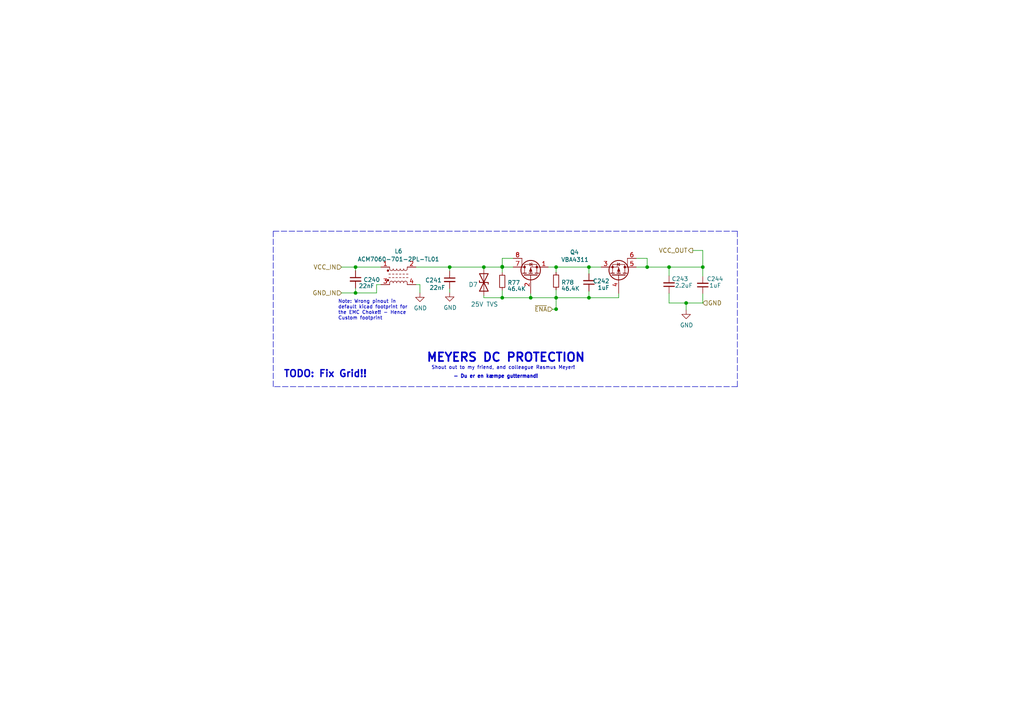
<source format=kicad_sch>
(kicad_sch (version 20211123) (generator eeschema)
  (paper "A4")
  (lib_symbols
    (symbol "Device:C_Small" (pin_numbers hide) (pin_names (offset 0.254) hide)
      (property "Reference" "C" (at 0.254 1.778 0))
      (property "Value" "C_Small" (at 0.254 -2.032 0))
      (symbol "C_Small_0_1"
        (polyline (pts (xy -1.524 -0.508) (xy 1.524 -0.508)) (stroke (width 0.3302)))
        (polyline (pts (xy -1.524 0.508) (xy 1.524 0.508)) (stroke (width 0.3048)))
      )
      (symbol "C_Small_1_1"
        (pin passive line (at 0 2.54 270) (length 2.032) (name "~") (number "1"))
        (pin passive line (at 0 -2.54 90) (length 2.032) (name "~") (number "2"))
      )
    )
    (symbol "Device:D_TVS" (pin_numbers hide) (pin_names (offset 1.016) hide)
      (property "Reference" "D" (at 0 2.54 0))
      (property "Value" "D_TVS" (at 0 -2.54 0))
      (symbol "D_TVS_0_1"
        (polyline (pts (xy 1.27 0) (xy -1.27 0)))
        (polyline (pts (xy 0.508 1.27) (xy 0 1.27) (xy 0 -1.27) (xy -0.508 -1.27)) (stroke (width 0.254)))
        (polyline (pts (xy -2.54 1.27) (xy -2.54 -1.27) (xy 2.54 1.27) (xy 2.54 -1.27) (xy -2.54 1.27)) (stroke (width 0.254)))
      )
      (symbol "D_TVS_1_1"
        (pin passive line (at -3.81 0 0) (length 2.54) (name "A1") (number "1"))
        (pin passive line (at 3.81 0 180) (length 2.54) (name "A2") (number "2"))
      )
    )
    (symbol "Device:L_Core_Ferrite_Coupled" (pin_names (offset 0.254) hide)
      (property "Reference" "L" (at 0 4.445 0))
      (property "Value" "Device_L_Core_Ferrite_Coupled" (at 0 -4.445 0))
      (symbol "L_Core_Ferrite_Coupled_0_1"
        (circle (center -3.048 -1.27) (radius 0.254) (fill (type outline)))
        (circle (center -3.048 1.524) (radius 0.254) (fill (type outline)))
        (arc (start -2.54 2.032) (mid -2.032 1.524) (end -1.524 2.032))
        (arc (start -1.524 -2.032) (mid -2.032 -1.524) (end -2.54 -2.032))
        (arc (start -1.524 2.032) (mid -1.016 1.524) (end -0.508 2.032))
        (arc (start -0.508 -2.032) (mid -1.016 -1.524) (end -1.524 -2.032))
        (arc (start -0.508 2.032) (mid 0 1.524) (end 0.508 2.032))
        (polyline (pts (xy -2.794 -0.508) (xy -2.286 -0.508)))
        (polyline (pts (xy -2.794 0.508) (xy -2.286 0.508)))
        (polyline (pts (xy -2.54 -2.032) (xy -2.54 -2.54)))
        (polyline (pts (xy -2.54 2.032) (xy -2.54 2.54)))
        (polyline (pts (xy -1.778 -0.508) (xy -1.27 -0.508)))
        (polyline (pts (xy -1.778 0.508) (xy -1.27 0.508)))
        (polyline (pts (xy -0.762 -0.508) (xy -0.254 -0.508)))
        (polyline (pts (xy -0.762 0.508) (xy -0.254 0.508)))
        (polyline (pts (xy 0.254 -0.508) (xy 0.762 -0.508)))
        (polyline (pts (xy 0.254 0.508) (xy 0.762 0.508)))
        (polyline (pts (xy 1.27 -0.508) (xy 1.778 -0.508)))
        (polyline (pts (xy 1.27 0.508) (xy 1.778 0.508)))
        (polyline (pts (xy 2.286 -0.508) (xy 2.794 -0.508)))
        (polyline (pts (xy 2.286 0.508) (xy 2.794 0.508)))
        (polyline (pts (xy 2.54 -2.032) (xy 2.54 -2.54)))
        (polyline (pts (xy 2.54 2.54) (xy 2.54 2.032)))
        (arc (start 0.508 -2.032) (mid 0 -1.524) (end -0.508 -2.032))
        (arc (start 0.508 2.032) (mid 1.016 1.524) (end 1.524 2.032))
        (arc (start 1.524 -2.032) (mid 1.016 -1.524) (end 0.508 -2.032))
        (arc (start 1.524 2.032) (mid 2.032 1.524) (end 2.54 2.032))
        (arc (start 2.54 -2.032) (mid 2.032 -1.524) (end 1.524 -2.032))
      )
      (symbol "L_Core_Ferrite_Coupled_1_1"
        (pin passive line (at -5.08 2.54 0) (length 2.54) (name "1") (number "1"))
        (pin passive line (at 5.08 2.54 180) (length 2.54) (name "2") (number "2"))
        (pin passive line (at -5.08 -2.54 0) (length 2.54) (name "3") (number "3"))
        (pin passive line (at 5.08 -2.54 180) (length 2.54) (name "4") (number "4"))
      )
    )
    (symbol "Device:R_Small" (pin_numbers hide) (pin_names (offset 0.254) hide)
      (property "Reference" "R" (at 0.762 0.508 0))
      (property "Value" "R_Small" (at 0.762 -1.016 0))
      (symbol "R_Small_0_1"
        (rectangle (start -0.762 1.778) (end 0.762 -1.778) (stroke (width 0.2032)))
      )
      (symbol "R_Small_1_1"
        (pin passive line (at 0 2.54 270) (length 0.762) (name "~") (number "1"))
        (pin passive line (at 0 -2.54 90) (length 0.762) (name "~") (number "2"))
      )
    )
    (symbol "muVoxSyms:VBA4311" (pin_names (offset 0) hide)
      (property "Reference" "Q" (at 11.557 8.636 0))
      (property "Value" "VBA4311" (at 5.461 6.223 0))
      (symbol "VBA4311_0_1"
        (circle (center -1.397 1.143) (radius 0.2794) (fill (type outline)))
        (polyline (pts (xy -2.159 1.143) (xy -1.397 1.143)))
        (polyline (pts (xy -2.159 3.683) (xy -2.159 1.143)))
        (polyline (pts (xy -1.905 -0.635) (xy -0.889 -0.635)) (stroke (width 0.254)))
        (polyline (pts (xy -1.397 -0.635) (xy -1.397 1.143)))
        (polyline (pts (xy -0.127 -0.635) (xy 0.889 -0.635)) (stroke (width 0.254)))
        (polyline (pts (xy 0.381 -1.3462) (xy 0.381 -1.143)))
        (polyline (pts (xy 0.381 -0.635) (xy 0.381 1.143)))
        (polyline (pts (xy 1.651 -0.635) (xy 2.667 -0.635)) (stroke (width 0.254)))
        (polyline (pts (xy 2.159 -0.635) (xy 2.159 1.143)))
        (polyline (pts (xy 2.159 1.143) (xy 0.381 1.143)))
        (polyline (pts (xy 2.159 1.143) (xy 2.921 1.143)))
        (polyline (pts (xy -1.524 -1.143) (xy 2.286 -1.143) (xy 2.286 -1.143)) (stroke (width 0.254)))
        (polyline (pts (xy 0.381 0.889) (xy 0.762 -0.127) (xy 0 -0.127) (xy 0.381 0.889)) (fill (type outline)))
        (polyline (pts (xy 0.762 1.905) (xy 0.127 1.524) (xy 0.127 2.286) (xy 0.762 1.905)))
        (polyline (pts (xy 0.889 1.397) (xy 0.762 1.524) (xy 0.762 2.286) (xy 0.635 2.413)))
        (polyline (pts (xy 2.159 1.143) (xy 2.159 1.905) (xy -1.397 1.905) (xy -1.397 1.143)))
        (circle (center 0.381 0.254) (radius 2.8194) (stroke (width 0.254)))
        (circle (center 2.159 1.143) (radius 0.2794) (fill (type outline)))
      )
      (symbol "VBA4311_1_1"
        (polyline (pts (xy 24.13 -0.635) (xy 24.13 1.143)))
        (polyline (pts (xy 24.13 1.143) (xy 23.368 1.143)))
        (polyline (pts (xy 24.13 1.143) (xy 25.908 1.143)))
        (polyline (pts (xy 24.638 -0.635) (xy 23.622 -0.635)) (stroke (width 0.254)))
        (polyline (pts (xy 25.908 -1.3462) (xy 25.908 -1.143)))
        (polyline (pts (xy 25.908 -0.635) (xy 25.908 1.143)))
        (polyline (pts (xy 26.416 -0.635) (xy 25.4 -0.635)) (stroke (width 0.254)))
        (polyline (pts (xy 27.686 -0.635) (xy 27.686 1.143)))
        (polyline (pts (xy 28.194 -0.635) (xy 27.178 -0.635)) (stroke (width 0.254)))
        (polyline (pts (xy 28.448 1.143) (xy 27.686 1.143)))
        (polyline (pts (xy 28.448 3.683) (xy 28.448 1.143)))
        (polyline (pts (xy 27.813 -1.143) (xy 24.003 -1.143) (xy 24.003 -1.143)) (stroke (width 0.254)))
        (polyline (pts (xy 24.13 1.143) (xy 24.13 1.905) (xy 27.686 1.905) (xy 27.686 1.143)))
        (polyline (pts (xy 25.4 1.397) (xy 25.527 1.524) (xy 25.527 2.286) (xy 25.654 2.413)))
        (polyline (pts (xy 25.527 1.905) (xy 26.162 1.524) (xy 26.162 2.286) (xy 25.527 1.905)))
        (polyline (pts (xy 25.908 0.889) (xy 25.527 -0.127) (xy 26.289 -0.127) (xy 25.908 0.889)) (fill (type outline)))
        (circle (center 24.13 1.143) (radius 0.2794) (fill (type outline)))
        (circle (center 25.908 0.254) (radius 2.8194) (stroke (width 0.254)))
        (circle (center 27.686 1.143) (radius 0.2794) (fill (type outline)))
        (pin passive line (at 5.461 1.143 180) (length 2.54) (name "S") (number "1"))
        (pin input line (at 0.381 -6.477 90) (length 5.08) (name "G") (number "2"))
        (pin passive line (at 20.828 1.143 0) (length 2.54) (name "S") (number "3"))
        (pin input line (at 25.908 -6.477 90) (length 5.08) (name "G") (number "4"))
        (pin passive line (at 30.988 1.143 180) (length 2.54) (name "D") (number "5"))
        (pin passive line (at 30.988 3.683 180) (length 2.54) (name "D") (number "6"))
        (pin passive line (at -4.699 1.143 0) (length 2.54) (name "D") (number "7"))
        (pin passive line (at -4.699 3.683 0) (length 2.54) (name "D") (number "8"))
      )
    )
    (symbol "power:GND" (power) (pin_names (offset 0))
      (property "Value" "GND" (at 0 -3.81 0))
      (symbol "GND_0_1"
        (polyline (pts (xy 0 0) (xy 0 -1.27) (xy 1.27 -1.27) (xy 0 -2.54) (xy -1.27 -1.27) (xy 0 -1.27)))
      )
      (symbol "GND_1_1"
        (pin power_in line (at 0 0 270) (length 0) hide (name "GND") (number "1"))
      )
    )
  )
  (junction (at 161.29 89.662))
  (junction (at 140.335 77.47))
  (junction (at 153.924 86.36))
  (junction (at 203.835 77.47))
  (junction (at 187.706 77.47))
  (junction (at 161.29 86.36))
  (junction (at 194.056 77.47))
  (junction (at 130.429 77.47))
  (junction (at 145.669 86.36))
  (junction (at 161.29 77.47))
  (junction (at 199.009 87.884))
  (junction (at 103.124 77.47))
  (junction (at 103.124 84.963))
  (junction (at 145.669 77.47))
  (junction (at 170.815 86.36))
  (junction (at 145.669 77.343))
  (junction (at 170.815 77.47))
  (polyline (pts (xy 213.868 67.056) (xy 213.868 112.141)))
  (wire (pts (xy 145.669 77.343) (xy 145.669 77.47)))
  (wire (pts (xy 203.835 72.644) (xy 203.835 77.47)))
  (wire (pts (xy 184.531 74.93) (xy 187.706 74.93)))
  (wire (pts (xy 187.706 77.47) (xy 194.056 77.47)))
  (wire (pts (xy 179.451 86.36) (xy 179.451 85.09)))
  (wire (pts (xy 194.056 77.47) (xy 194.056 80.01)))
  (wire (pts (xy 199.009 89.916) (xy 199.009 87.884)))
  (wire (pts (xy 161.29 86.36) (xy 170.815 86.36)))
  (wire (pts (xy 194.056 85.09) (xy 194.056 87.884)))
  (wire (pts (xy 103.124 83.566) (xy 103.124 84.963)))
  (polyline (pts (xy 79.248 112.141) (xy 79.248 67.056)))
  (wire (pts (xy 148.844 77.47) (xy 145.669 77.47)))
  (wire (pts (xy 170.815 77.47) (xy 170.815 79.375)))
  (wire (pts (xy 145.669 74.93) (xy 145.669 77.343)))
  (wire (pts (xy 145.669 77.47) (xy 145.669 79.0702)))
  (wire (pts (xy 140.335 85.725) (xy 140.335 86.36)))
  (wire (pts (xy 103.124 84.963) (xy 99.06 84.963)))
  (wire (pts (xy 161.29 86.36) (xy 161.29 89.662)))
  (wire (pts (xy 140.335 86.36) (xy 145.669 86.36)))
  (wire (pts (xy 130.429 83.693) (xy 130.429 84.836)))
  (wire (pts (xy 194.056 87.884) (xy 199.009 87.884)))
  (wire (pts (xy 187.706 74.93) (xy 187.706 77.47)))
  (wire (pts (xy 170.815 77.47) (xy 174.371 77.47)))
  (wire (pts (xy 109.22 82.55) (xy 110.49 82.55)))
  (wire (pts (xy 148.844 74.93) (xy 145.669 74.93)))
  (wire (pts (xy 153.924 85.09) (xy 153.924 86.36)))
  (wire (pts (xy 203.835 77.47) (xy 203.835 80.137)))
  (wire (pts (xy 161.29 78.994) (xy 161.29 77.47)))
  (wire (pts (xy 161.29 89.6874) (xy 161.29 89.662)))
  (wire (pts (xy 103.124 78.486) (xy 103.124 77.47)))
  (wire (pts (xy 161.29 77.47) (xy 170.815 77.47)))
  (wire (pts (xy 200.914 72.644) (xy 203.835 72.644)))
  (polyline (pts (xy 161.925 67.056) (xy 213.868 67.056)))
  (wire (pts (xy 130.429 77.47) (xy 140.335 77.47)))
  (wire (pts (xy 120.65 82.55) (xy 121.793 82.55)))
  (wire (pts (xy 161.29 86.36) (xy 161.29 84.074)))
  (wire (pts (xy 103.124 84.963) (xy 109.22 84.963)))
  (wire (pts (xy 140.335 77.47) (xy 145.669 77.47)))
  (wire (pts (xy 109.22 84.963) (xy 109.22 82.55)))
  (wire (pts (xy 140.335 77.47) (xy 140.335 78.105)))
  (wire (pts (xy 199.009 87.884) (xy 203.835 87.884)))
  (polyline (pts (xy 79.248 67.056) (xy 161.798 67.056)))
  (polyline (pts (xy 213.868 112.141) (xy 79.248 112.141)))
  (wire (pts (xy 103.124 77.47) (xy 110.49 77.47)))
  (wire (pts (xy 120.65 77.47) (xy 130.429 77.47)))
  (wire (pts (xy 153.924 86.36) (xy 161.29 86.36)))
  (wire (pts (xy 203.835 85.217) (xy 203.835 87.884)))
  (wire (pts (xy 160.2232 89.6874) (xy 161.29 89.6874)))
  (wire (pts (xy 170.815 86.36) (xy 179.451 86.36)))
  (wire (pts (xy 145.669 84.1502) (xy 145.669 86.36)))
  (wire (pts (xy 170.815 86.36) (xy 170.815 84.455)))
  (wire (pts (xy 103.124 77.47) (xy 99.06 77.47)))
  (wire (pts (xy 130.429 78.613) (xy 130.429 77.47)))
  (wire (pts (xy 121.793 82.55) (xy 121.793 84.963)))
  (wire (pts (xy 194.056 77.47) (xy 203.835 77.47)))
  (wire (pts (xy 184.531 77.47) (xy 187.706 77.47)))
  (wire (pts (xy 145.669 86.36) (xy 153.924 86.36)))
  (wire (pts (xy 159.004 77.47) (xy 161.29 77.47)))
  (text "Note: Wrong pinout in \ndefault kicad footprint for \nthe EMC Choke!! - Hence \nCustom footprint" (at 98.044 92.964 0) (effects (font (size 1 1)) (justify left bottom)))
  (text "Shout out to my friend, and colleague Rasmus Meyer!\n" (at 125.095 107.315 0) (effects (font (size 1 1)) (justify left bottom)))
  (text "- Du er en kæmpe guttermand! " (at 131.445 109.855 0) (effects (font (size 1 1) (thickness 0.24) bold) (justify left bottom)))
  (text "MEYERS DC PROTECTION" (at 123.571 105.283 0) (effects (font (size 2.4892 2.4892) (thickness 0.4978) bold) (justify left bottom)))
  (text "TODO: Fix Grid!!" (at 82.169 109.728 0) (effects (font (size 2 2) (thickness 0.4) bold) (justify left bottom)))
  (hierarchical_label "VCC_OUT" (shape output) (at 200.914 72.644 180))
  (hierarchical_label "GND" (shape input) (at 203.835 87.884 0))
  (hierarchical_label "GND_IN" (shape input) (at 99.06 84.963 180))
  (hierarchical_label "VCC_IN" (shape input) (at 99.06 77.47 180))
  (hierarchical_label "~{ENA}" (shape input) (at 160.2232 89.6874 180))
  (symbol (lib_id "Device:L_Core_Ferrite_Coupled") (at 115.57 80.01 0) (unit 1)
    (property "Reference" "L6" (at 115.57 72.8726 0) (effects (font (size 1.2 1.2))))
    (property "Value" "ACM7060-701-2PL-TL01" (at 115.57 75.184 0) (effects (font (size 1.2 1.2))))
    (property "Footprint" "Lib:ACM7060-701-2PL-TL01" (effects hide))
    (property "Datasheet" "https://product.tdk.com/info/en/catalog/datasheets/cmf_commercial_power_acm7060_en.pdf?ref_disty=digikey" (effects hide))
    (property "LCSC" "C908568" (effects hide))
  )
  (symbol (lib_id "Device:C_Small") (at 103.124 81.026 0) (unit 1)
    (property "Reference" "C240" (at 105.41 81.153 0) (effects (font (size 1.2 1.2)) (justify left)))
    (property "Value" "22nF" (at 104.013 82.931 0) (effects (font (size 1.2 1.2)) (justify left)))
    (property "Footprint" "Capacitor_SMD:C_0603_1608Metric" (effects hide))
    (property "LCSC" "C21122" (effects hide))
  )
  (symbol (lib_id "power:GND") (at 121.793 84.963 0) (unit 1)
    (property "Reference" "#PWR0329" (effects hide))
    (property "Value" "GND" (at 121.92 89.3572 0) (effects (font (size 1.2 1.2))))
  )
  (symbol (lib_id "Device:R_Small") (at 145.669 81.6102 0) (mirror x) (unit 1)
    (property "Reference" "R77" (at 150.876 81.9912 0) (effects (font (size 1.2 1.2)) (justify right)))
    (property "Value" "46.4K" (at 152.527 83.7692 0) (effects (font (size 1.2 1.2)) (justify right)))
    (property "Footprint" "Resistor_SMD:R_0603_1608Metric" (effects hide))
    (property "LCSC" "C321921" (effects hide))
  )
  (symbol (lib_id "muVoxSyms:VBA4311") (at 153.543 78.613 0) (unit 1)
    (property "Reference" "Q4" (at 166.624 73.152 0) (effects (font (size 1.2 1.2))))
    (property "Value" "VBA4311" (at 166.751 75.311 0) (effects (font (size 1.2 1.2))))
    (property "Footprint" "Package_SO:SO-8_3.9x4.9mm_P1.27mm" (effects hide))
    (property "LCSC" "C480935" (effects hide))
  )
  (symbol (lib_id "power:GND") (at 130.429 84.836 0) (unit 1)
    (property "Reference" "#PWR0330" (effects hide))
    (property "Value" "GND" (at 130.556 89.2302 0) (effects (font (size 1.2 1.2))))
  )
  (symbol (lib_id "Device:C_Small") (at 203.835 82.677 180) (unit 1)
    (property "Reference" "C244" (at 209.804 80.899 0) (effects (font (size 1.2 1.2)) (justify left)))
    (property "Value" "1uF" (at 209.169 82.804 0) (effects (font (size 1.2 1.2)) (justify left)))
    (property "Footprint" "Capacitor_SMD:C_0805_2012Metric" (effects hide))
    (property "Digikey" "C318694" (effects hide))
  )
  (symbol (lib_id "Device:C_Small") (at 170.815 81.915 180) (unit 1)
    (property "Reference" "C242" (at 176.784 81.534 0) (effects (font (size 1.2 1.2)) (justify left)))
    (property "Value" "1uF" (at 176.784 83.439 0) (effects (font (size 1.2 1.2)) (justify left)))
    (property "Footprint" "Capacitor_SMD:C_0805_2012Metric" (effects hide))
    (property "Digikey" "C318694" (effects hide))
  )
  (symbol (lib_id "power:GND") (at 199.009 89.916 0) (unit 1)
    (property "Reference" "#PWR0331" (effects hide))
    (property "Value" "GND" (at 199.136 94.3102 0) (effects (font (size 1.2 1.2))))
  )
  (symbol (lib_id "Device:C_Small") (at 194.056 82.55 180) (unit 1)
    (property "Reference" "C243" (at 199.644 80.899 0) (effects (font (size 1.2 1.2)) (justify left)))
    (property "Value" "2.2uF" (at 200.914 82.804 0) (effects (font (size 1.2 1.2)) (justify left)))
    (property "Footprint" "Capacitor_SMD:C_0603_1608Metric" (effects hide))
    (property "LCSC" "C968782" (effects hide))
  )
  (symbol (lib_id "Device:R_Small") (at 161.29 81.534 0) (mirror x) (unit 1)
    (property "Reference" "R78" (at 166.497 81.915 0) (effects (font (size 1.2 1.2)) (justify right)))
    (property "Value" "46.4K" (at 168.148 83.693 0) (effects (font (size 1.2 1.2)) (justify right)))
    (property "Footprint" "Resistor_SMD:R_0603_1608Metric" (effects hide))
    (property "LCSC" "C321921" (effects hide))
  )
  (symbol (lib_id "Device:C_Small") (at 130.429 81.153 0) (mirror y) (unit 1)
    (property "Reference" "C241" (at 128.143 81.28 0) (effects (font (size 1.2 1.2)) (justify left)))
    (property "Value" "22nF" (at 129.159 83.439 0) (effects (font (size 1.2 1.2)) (justify left)))
    (property "Footprint" "Capacitor_SMD:C_0603_1608Metric" (effects hide))
    (property "Digikey" "C21122" (effects hide))
  )
  (symbol (lib_id "Device:D_TVS") (at 140.335 81.915 90) (unit 1)
    (property "Reference" "D7" (at 135.89 82.55 90) (effects (justify right)))
    (property "Value" "25V TVS" (at 136.525 88.265 90) (effects (justify right)))
    (property "Footprint" "Diode_SMD:D_SMB" (effects hide))
    (property "LCSC" "C113990" (effects hide))
  )
)
</source>
